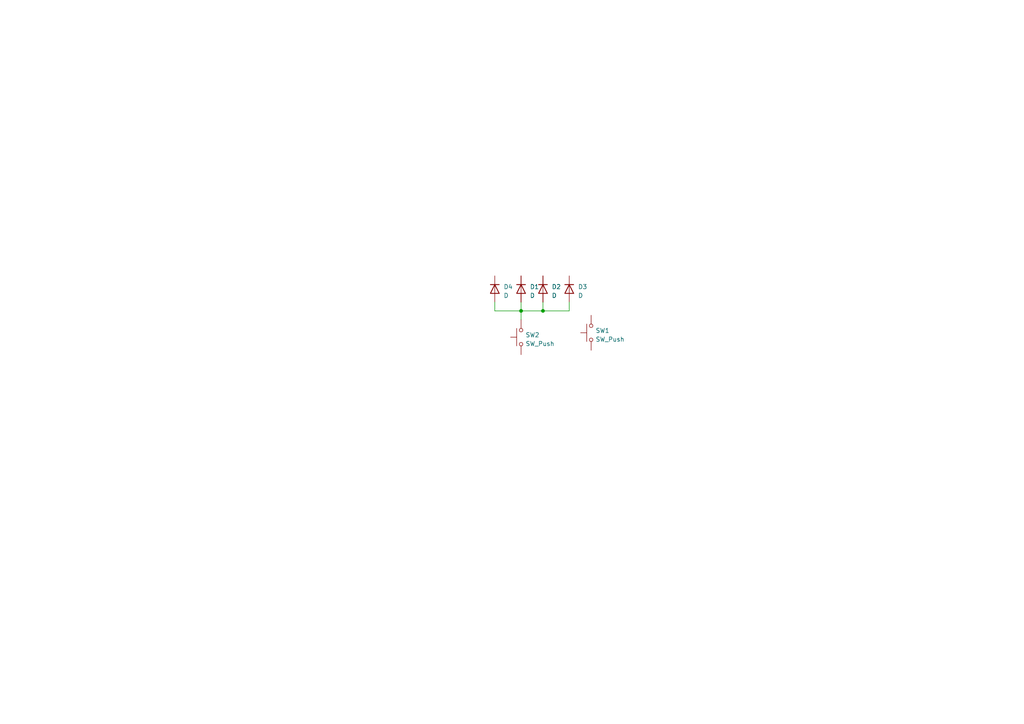
<source format=kicad_sch>
(kicad_sch (version 20230121) (generator eeschema)
  (paper "A4")
  (lib_symbols
    (symbol "Device:D" (pin_numbers hide) (pin_names (offset 1.016) hide)
      (property "Reference" "D" (at 0 2.54 0))
      (property "Value" "D" (at 0 -2.54 0))
      (symbol "D_0_1"
        (polyline (pts (xy -1.27 1.27) (xy -1.27 -1.27)) (stroke (width 0.254)))
        (polyline (pts (xy 1.27 0) (xy -1.27 0)))
        (polyline (pts (xy 1.27 1.27) (xy 1.27 -1.27) (xy -1.27 0) (xy 1.27 1.27)) (stroke (width 0.254)))
      )
      (symbol "D_1_1"
        (pin passive line (at -3.81 0 0) (length 2.54) (name "K") (number "1"))
        (pin passive line (at 3.81 0 180) (length 2.54) (name "A") (number "2"))
      )
    )
    (symbol "Switch:SW_Push" (pin_numbers hide) (pin_names (offset 1.016) hide)
      (property "Reference" "SW" (at 1.27 2.54 0))
      (property "Value" "SW_Push" (at 0 -1.524 0))
      (symbol "SW_Push_0_1"
        (circle (center -2.032 0) (radius 0.508))
        (polyline (pts (xy 0 1.27) (xy 0 3.048)))
        (polyline (pts (xy 2.54 1.27) (xy -2.54 1.27)))
        (circle (center 2.032 0) (radius 0.508))
        (pin passive line (at -5.08 0 0) (length 2.54) (name "1") (number "1"))
        (pin passive line (at 5.08 0 180) (length 2.54) (name "2") (number "2"))
      )
    )
  )
  (junction (at 157.48 90.17))
  (junction (at 151.13 90.17))
  (wire (pts (xy 157.48 90.17) (xy 165.1 90.17)))
  (wire (pts (xy 157.48 87.63) (xy 157.48 90.17)))
  (wire (pts (xy 165.1 90.17) (xy 165.1 87.63)))
  (wire (pts (xy 151.13 87.63) (xy 151.13 90.17)))
  (wire (pts (xy 143.51 90.17) (xy 151.13 90.17)))
  (wire (pts (xy 151.13 90.17) (xy 151.13 92.71)))
  (wire (pts (xy 151.13 90.17) (xy 157.48 90.17)))
  (wire (pts (xy 143.51 87.63) (xy 143.51 90.17)))
  (symbol (lib_id "Device:D") (at 157.48 83.82 270) (unit 1)
    (property "Reference" "D2" (at 160.02 83.185 90) (effects (justify left)))
    (property "Value" "D" (at 160.02 85.725 90) (effects (justify left)))
    (property "Sim.Device" "D" (effects hide))
    (property "Sim.Pins" "1=K 2=A" (effects hide))
  )
  (symbol (lib_id "Device:D") (at 151.13 83.82 270) (unit 1)
    (property "Reference" "D1" (at 153.67 83.185 90) (effects (justify left)))
    (property "Value" "D" (at 153.67 85.725 90) (effects (justify left)))
    (property "Sim.Device" "D" (effects hide))
    (property "Sim.Pins" "1=K 2=A" (effects hide))
  )
  (symbol (lib_id "Device:D") (at 165.1 83.82 270) (unit 1)
    (property "Reference" "D3" (at 167.64 83.185 90) (effects (justify left)))
    (property "Value" "D" (at 167.64 85.725 90) (effects (justify left)))
    (property "Sim.Device" "D" (effects hide))
    (property "Sim.Pins" "1=K 2=A" (effects hide))
  )
  (symbol (lib_id "Switch:SW_Push") (at 151.13 97.79 90) (unit 1)
    (property "Reference" "SW2" (at 152.4 97.155 90) (effects (justify right)))
    (property "Value" "SW_Push" (at 152.4 99.695 90) (effects (justify right)))
  )
  (symbol (lib_id "Device:D") (at 143.51 83.82 270) (unit 1)
    (property "Reference" "D4" (at 146.05 83.185 90) (effects (justify left)))
    (property "Value" "D" (at 146.05 85.725 90) (effects (justify left)))
    (property "Sim.Device" "D" (effects hide))
    (property "Sim.Pins" "1=K 2=A" (effects hide))
  )
  (symbol (lib_id "Switch:SW_Push") (at 171.45 96.52 90) (unit 1)
    (property "Reference" "SW1" (at 172.72 95.885 90) (effects (justify right)))
    (property "Value" "SW_Push" (at 172.72 98.425 90) (effects (justify right)))
  )
)
</source>
